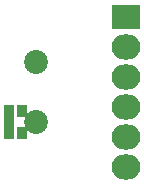
<source format=gbs>
G04 #@! TF.FileFunction,Soldermask,Bot*
%FSLAX46Y46*%
G04 Gerber Fmt 4.6, Leading zero omitted, Abs format (unit mm)*
G04 Created by KiCad (PCBNEW 4.0.4-stable) date 10/18/16 01:23:18*
%MOMM*%
%LPD*%
G01*
G04 APERTURE LIST*
%ADD10C,0.100000*%
%ADD11R,2.432000X2.127200*%
%ADD12O,2.432000X2.127200*%
%ADD13C,2.024000*%
%ADD14R,0.922000X1.000000*%
G04 APERTURE END LIST*
D10*
D11*
X140208000Y-93726000D03*
D12*
X140208000Y-96266000D03*
X140208000Y-98806000D03*
X140208000Y-101346000D03*
X140208000Y-103886000D03*
X140208000Y-106426000D03*
D13*
X132588000Y-97536000D03*
D14*
X131336000Y-103516000D03*
X130253000Y-103516000D03*
X131336000Y-101716000D03*
X130253000Y-101716000D03*
D13*
X132588000Y-102616000D03*
D14*
X130253000Y-102616000D03*
M02*

</source>
